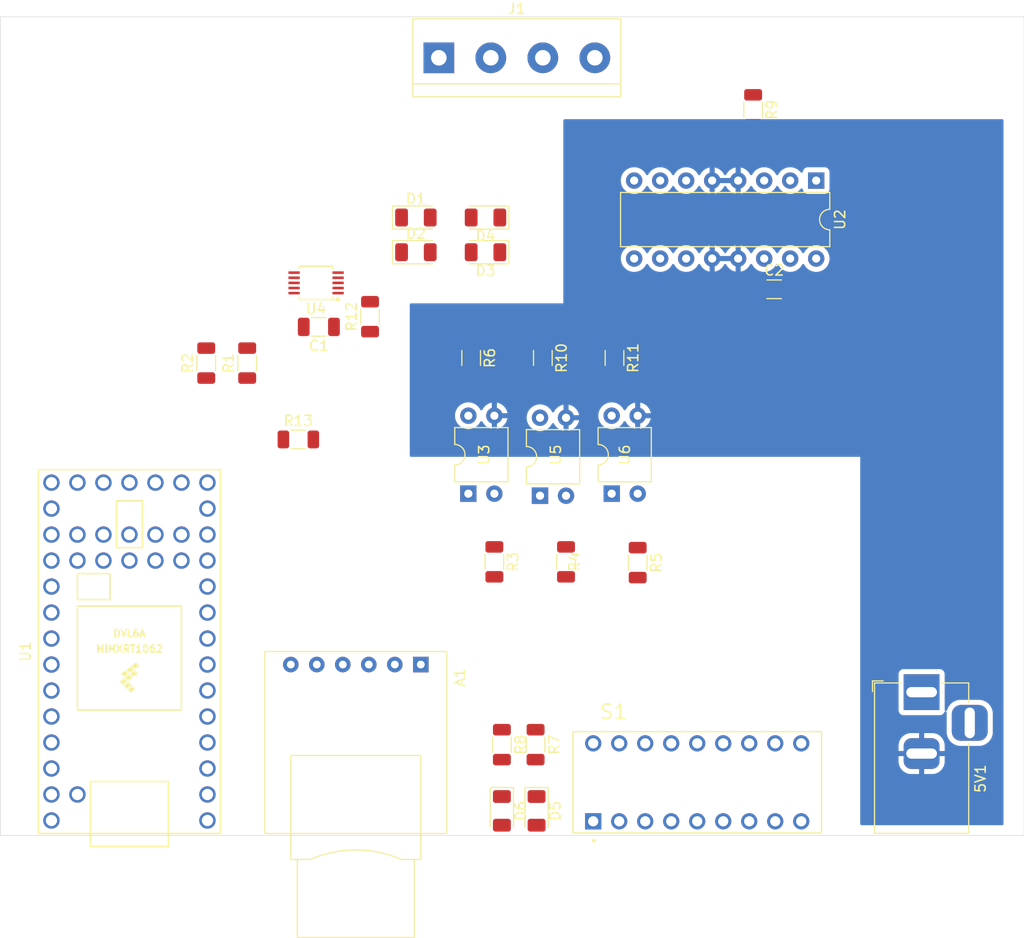
<source format=kicad_pcb>
(kicad_pcb (version 20240108) (generator "pcbnew") (generator_version "8.0")
  (layers (0 "F.Cu" signal) (31 "B.Cu" signal) (34 "B.Paste" user) (35 "F.Paste" user) (36 "B.SilkS" user "B.Silkscreen") (37 "F.SilkS" user "F.Silkscreen") (38 "B.Mask" user) (39 "F.Mask" user) (44 "Edge.Cuts" user))
  (net 0 "")
  (net 1 "GND")
  (net 2 "VPP")
  (net 3 "SDCS")
  (net 4 "SDMISO")
  (net 5 "SDMOSI")
  (net 6 "+3.3V")
  (net 7 "SDCLK")
  (net 8 "Net-(U4-ADDR)")
  (net 9 "Net-(U4-ALERT{slash}RDY)")
  (net 10 "IN0")
  (net 11 "IN1")
  (net 12 "EX+")
  (net 13 "IN3")
  (net 14 "LEDPOW")
  (net 15 "Net-(D5-K)")
  (net 16 "LEDACT")
  (net 17 "Net-(D6-K)")
  (net 18 "VDD")
  (net 19 "EX-")
  (net 20 "Net-(R3-Pad1)")
  (net 21 "Net-(R4-Pad1)")
  (net 22 "Net-(R5-Pad1)")
  (net 23 "OPTEN")
  (net 24 "EN")
  (net 26 "ADC_SCL")
  (net 27 "LOGIC1")
  (net 29 "LOGIC2")
  (net 61 "GNDD")
  (net 80 "OPT1")
  (net 81 "OPT2")
  (net 82 "ADC_SDA")
  (footprint "Resistor_SMD:R_1206_3216Metric" (layer "F.Cu") (at 155.265 103.2625 -90)
    (property "Reference" "R4" (at 0 -0.82 90) (layer "F.SilkS"))
    (property "Value" "470")
    (fp_line (start -0.727064 0.91) (end 0.727064 0.91) (stroke (width 0.12)) (layer "F.SilkS"))
    (fp_line (start -0.727064 -0.91) (end 0.727064 -0.91) (stroke (width 0.12)) (layer "F.SilkS"))
    (pad "1" smd roundrect (at -1.4625 0 270) (size 1.125 1.75) (layers "F.Cu" "F.Paste" "F.Mask") (roundrect_rratio 0.222222) (net 21 "Net-(R4-Pad1)"))
    (pad "2" smd roundrect (at 1.4625 0 270) (size 1.125 1.75) (layers "F.Cu" "F.Paste" "F.Mask") (roundrect_rratio 0.222222) (net 61 "GNDD"))
  )
  (footprint "Resistor_SMD:R_1206_3216Metric" (layer "F.Cu") (at 129.12 91.3)
    (property "Reference" "R13" (at 0 -1.82 0) (layer "F.SilkS"))
    (property "Value" "10k")
    (fp_line (start -0.727064 -0.91) (end 0.727064 -0.91) (stroke (width 0.12)) (layer "F.SilkS"))
    (fp_line (start -0.727064 0.91) (end 0.727064 0.91) (stroke (width 0.12)) (layer "F.SilkS"))
    (pad "1" smd roundrect (at -1.4625 0) (size 1.125 1.75) (layers "F.Cu" "F.Paste" "F.Mask") (roundrect_rratio 0.222222) (net 18 "VDD"))
    (pad "2" smd roundrect (at 1.4625 0) (size 1.125 1.75) (layers "F.Cu" "F.Paste" "F.Mask") (roundrect_rratio 0.222222) (net 9 "Net-(U4-ALERT{slash}RDY)"))
  )
  (footprint "Package_DIP:DIP-4_W7.62mm" (layer "F.Cu") (at 152.725 96.8 90)
    (property "Reference" "U5" (at 4 1.54 90) (layer "F.SilkS"))
    (property "Value" "PC817")
    (fp_line (start 6.46 -1.33) (end 4.81 -1.33) (stroke (width 0.12)) (layer "F.SilkS"))
    (fp_line (start 2.81 -1.33) (end 1.16 -1.33) (stroke (width 0.12)) (layer "F.SilkS"))
    (fp_line (start 1.16 -1.33) (end 1.16 3.87) (stroke (width 0.12)) (layer "F.SilkS"))
    (fp_line (start 6.46 3.87) (end 6.46 -1.33) (stroke (width 0.12)) (layer "F.SilkS"))
    (fp_line (start 1.16 3.87) (end 6.46 3.87) (stroke (width 0.12)) (layer "F.SilkS"))
    (fp_arc (start 4.81 -1.33) (mid 3.81 -0.33) (end 2.81 -1.33) (stroke (width 0.12)) (layer "F.SilkS"))
    (pad "1" thru_hole rect (at 0 0 90) (size 1.6 1.6) (drill 0.8) (layers "*.Cu" "*.Mask") (net 29 "LOGIC2"))
    (pad "2" thru_hole oval (at 0 2.54 90) (size 1.6 1.6) (drill 0.8) (layers "*.Cu" "*.Mask") (net 21 "Net-(R4-Pad1)"))
    (pad "3" thru_hole oval (at 7.62 2.54 90) (size 1.6 1.6) (drill 0.8) (layers "*.Cu" "*.Mask") (net 1 "GND"))
    (pad "4" thru_hole oval (at 7.62 0 90) (size 1.6 1.6) (drill 0.8) (layers "*.Cu" "*.Mask") (net 81 "OPT2"))
  )
  (footprint "Diode_SMD:D_1206_3216Metric" (layer "F.Cu") (at 140.6 73)
    (property "Reference" "D2" (at 0 -1.82 360) (layer "F.SilkS"))
    (property "Value" "zener2")
    (fp_line (start -2.285 -1.135) (end -2.285 1.135) (stroke (width 0.12)) (layer "F.SilkS"))
    (fp_line (start -2.285 1.135) (end 1.6 1.135) (stroke (width 0.12)) (layer "F.SilkS"))
    (fp_line (start 1.6 -1.135) (end -2.285 -1.135) (stroke (width 0.12)) (layer "F.SilkS"))
    (pad "1" smd roundrect (at -1.4 0) (size 1.25 1.75) (layers "F.Cu" "F.Paste" "F.Mask") (roundrect_rratio 0.2) (net 11 "IN1"))
    (pad "2" smd roundrect (at 1.4 0) (size 1.25 1.75) (layers "F.Cu" "F.Paste" "F.Mask") (roundrect_rratio 0.2) (net 61 "GNDD"))
  )
  (footprint "Resistor_SMD:R_1206_3216Metric" (layer "F.Cu") (at 120.12 83.8375 90)
    (property "Reference" "R2" (at 0 -1.82 90) (layer "F.SilkS"))
    (property "Value" "10K")
    (fp_line (start -0.727064 -0.91) (end 0.727064 -0.91) (stroke (width 0.12)) (layer "F.SilkS"))
    (fp_line (start -0.727064 0.91) (end 0.727064 0.91) (stroke (width 0.12)) (layer "F.SilkS"))
    (pad "1" smd roundrect (at -1.4625 0 90) (size 1.125 1.75) (layers "F.Cu" "F.Paste" "F.Mask") (roundrect_rratio 0.222222) (net 18 "VDD"))
    (pad "2" smd roundrect (at 1.4625 0 90) (size 1.125 1.75) (layers "F.Cu" "F.Paste" "F.Mask") (roundrect_rratio 0.222222) (net 82 "ADC_SDA"))
  )
  (footprint "Resistor_SMD:R_1206_3216Metric" (layer "F.Cu") (at 153 83.3375 -90)
    (property "Reference" "R10" (at 0 -1.82 90) (layer "F.SilkS"))
    (property "Value" "10k")
    (fp_line (start -0.727064 0.91) (end 0.727064 0.91) (stroke (width 0.12)) (layer "F.SilkS"))
    (fp_line (start -0.727064 -0.91) (end 0.727064 -0.91) (stroke (width 0.12)) (layer "F.SilkS"))
    (pad "1" smd roundrect (at -1.4625 0 270) (size 1.125 1.75) (layers "F.Cu" "F.Paste" "F.Mask") (roundrect_rratio 0.222222) (net 2 "VPP"))
    (pad "2" smd roundrect (at 1.4625 0 270) (size 1.125 1.75) (layers "F.Cu" "F.Paste" "F.Mask") (roundrect_rratio 0.222222) (net 81 "OPT2"))
  )
  (footprint "teensy.pretty-master:Teensy40" (layer "F.Cu") (at 112.62 112.03 90)
    (property "Reference" "U1" (at 0 -10.16 90) (layer "F.SilkS"))
    (property "Value" "Teensy4.0")
    (fp_line (start 17.78 -8.89) (end 17.78 8.89) (stroke (width 0.15)) (layer "F.SilkS"))
    (fp_line (start -17.78 -8.89) (end 17.78 -8.89) (stroke (width 0.15)) (layer "F.SilkS"))
    (fp_line (start 7.62 -5.08) (end 7.62 -1.905) (stroke (width 0.15)) (layer "F.SilkS"))
    (fp_line (start 5.08 -5.08) (end 7.62 -5.08) (stroke (width 0.15)) (layer "F.SilkS"))
    (fp_line (start 4.445 -5.08) (end -5.715 -5.08) (stroke (width 0.15)) (layer "F.SilkS"))
    (fp_line (start -5.715 -5.08) (end -5.715 5.08) (stroke (width 0.15)) (layer "F.SilkS"))
    (fp_line (start -12.7 -3.81) (end -17.78 -3.81) (stroke (width 0.15)) (layer "F.SilkS"))
    (fp_line (start -19.05 -3.81) (end -17.78 -3.81) (stroke (width 0.15)) (layer "F.SilkS"))
    (fp_line (start 7.62 -1.905) (end 5.08 -1.905) (stroke (width 0.15)) (layer "F.SilkS"))
    (fp_line (start 5.08 -1.905) (end 5.08 -5.08) (stroke (width 0.15)) (layer "F.SilkS"))
    (fp_line (start 14.732 -1.27) (end 14.732 1.27) (stroke (width 0.15)) (layer "F.SilkS"))
    (fp_line (start 10.16 -1.27) (end 14.732 -1.27) (stroke (width 0.15)) (layer "F.SilkS"))
    (fp_line (start 14.732 1.27) (end 10.16 1.27) (stroke (width 0.15)) (layer "F.SilkS"))
    (fp_line (start 10.16 1.27) (end 10.16 -1.27) (stroke (width 0.15)) (layer "F.SilkS"))
    (fp_line (start -12.7 3.81) (end -12.7 -3.81) (stroke (width 0.15)) (layer "F.SilkS"))
    (fp_line (start -12.7 3.81) (end -17.78 3.81) (stroke (width 0.15)) (layer "F.SilkS"))
    (fp_line (start -17.78 3.81) (end -19.05 3.81) (stroke (width 0.15)) (layer "F.SilkS"))
    (fp_line (start -19.05 3.81) (end -19.05 -3.81) (stroke (width 0.15)) (layer "F.SilkS"))
    (fp_line (start 4.445 5.08) (end 4.445 -5.08) (stroke (width 0.15)) (layer "F.SilkS"))
    (fp_line (start 4.445 5.08) (end -5.715 5.08) (stroke (width 0.15)) (layer "F.SilkS"))
    (fp_line (start 17.78 8.89) (end -17.78 8.89) (stroke (width 0.15)) (layer "F.SilkS"))
    (fp_line (start -17.78 8.89) (end -17.78 -8.89) (stroke (width 0.15)) (layer "F.SilkS"))
    (fp_poly (pts (xy -3.175 -0.635) (xy -2.921 -0.889) (xy -2.667 -0.508) (xy -2.921 -0.254)) (stroke (width 0.1)) (fill solid) (layer "F.SilkS"))
    (fp_poly (pts (xy -2.413 -0.508) (xy -2.159 -0.762) (xy -1.905 -0.381) (xy -2.159 -0.127)) (stroke (width 0.1)) (fill solid) (layer "F.SilkS"))
    (fp_poly (pts (xy -3.556 -0.254) (xy -3.302 -0.508) (xy -3.048 -0.127) (xy -3.302 0.127)) (stroke (width 0.1)) (fill solid) (layer "F.SilkS"))
    (fp_poly (pts (xy -2.794 -0.127) (xy -2.54 -0.381) (xy -2.286 0) (xy -2.54 0.254)) (stroke (width 0.1)) (fill solid) (layer "F.SilkS"))
    (fp_poly (pts (xy -2.032 0) (xy -1.778 -0.254) (xy -1.524 0.127) (xy -1.778 0.381)) (stroke (width 0.1)) (fill solid) (layer "F.SilkS"))
    (fp_poly (pts (xy -3.937 0.127) (xy -3.683 -0.127) (xy -3.429 0.254) (xy -3.683 0.508)) (stroke (width 0.1)) (fill solid) (layer "F.SilkS"))
    (fp_poly (pts (xy -2.413 0.381) (xy -2.159 0.127) (xy -1.905 0.508) (xy -2.159 0.762)) (stroke (width 0.1)) (fill solid) (layer "F.SilkS"))
    (fp_poly (pts (xy -1.651 0.508) (xy -1.397 0.254) (xy -1.143 0.635) (xy -1.397 0.889)) (stroke (width 0.1)) (fill solid) (layer "F.SilkS"))
    (fp_text user "DVL6A" (at 1.778 0 360) (layer "F.SilkS") (effects (font (size 0.7 0.7))))
    (fp_text user "MIMXRT1062" (at 0.254 0 360) (layer "F.SilkS") (effects (font (size 0.7 0.7))))
    (pad "1" thru_hole circle (at -16.51 7.62 90) (size 1.6 1.6) (drill 1.1) (layers "*.Cu" "*.Mask") (net 61 "GNDD"))
    (pad "2" thru_hole circle (at -13.97 7.62 90) (size 1.6 1.6) (drill 1.1) (layers "*.Cu" "*.Mask") (net 27 "LOGIC1"))
    (pad "3" thru_hole circle (at -11.43 7.62 90) (size 1.6 1.6) (drill 1.1) (layers "*.Cu" "*.Mask") (net 29 "LOGIC2"))
    (pad "4" thru_hole circle (at -8.89 7.62 90) (size 1.6 1.6) (drill 1.1) (layers "*.Cu" "*.Mask") (net 24 "EN"))
    (pad "5" thru_hole circle (at -6.35 7.62 90) (size 1.6 1.6) (drill 1.1) (layers "*.Cu" "*.Mask") (net 14 "LEDPOW"))
    (pad "6" thru_hole circle (at -3.81 7.62 90) (size 1.6 1.6) (drill 1.1) (layers "*.Cu" "*.Mask") (net 16 "LEDACT"))
    (pad "7" thru_hole circle (at -1.27 7.62 90) (size 1.6 1.6) (drill 1.1) (layers "*.Cu" "*.Mask"))
    (pad "8" thru_hole circle (at 1.27 7.62 90) (size 1.6 1.6) (drill 1.1) (layers "*.Cu" "*.Mask"))
    (pad "9" thru_hole circle (at 3.81 7.62 90) (size 1.6 1.6) (drill 1.1) (layers "*.Cu" "*.Mask"))
    (pad "10" thru_hole circle (at 6.35 7.62 90) (size 1.6 1.6) (drill 1.1) (layers "*.Cu" "*.Mask"))
    (pad "11" thru_hole circle (at 8.89 7.62 90) (size 1.6 1.6) (drill 1.1) (layers "*.Cu" "*.Mask"))
    (pad "12" thru_hole circle (at 11.43 7.62 90) (size 1.6 1.6) (drill 1.1) (layers "*.Cu" "*.Mask") (net 3 "SDCS"))
    (pad "13" thru_hole circle (at 13.97 7.62 90) (size 1.6 1.6) (drill 1.1) (layers "*.Cu" "*.Mask") (net 5 "SDMOSI"))
    (pad "14" thru_hole circle (at 16.51 7.62 90) (size 1.6 1.6) (drill 1.1) (layers "*.Cu" "*.Mask") (net 4 "SDMISO"))
    (pad "15" thru_hole circle (at 16.51 5.08 90) (size 1.6 1.6) (drill 1.1) (layers "*.Cu" "*.Mask"))
    (pad "16" thru_hole circle (at 16.51 2.54 90) (size 1.6 1.6) (drill 1.1) (layers "*.Cu" "*.Mask"))
    (pad "17" thru_hole circle (at 16.51 0 90) (size 1.6 1.6) (drill 1.1) (layers "*.Cu" "*.Mask") (net 61 "GNDD"))
    (pad "18" thru_hole circle (at 16.51 -2.54 90) (size 1.6 1.6) (drill 1.1) (layers "*.Cu" "*.Mask"))
    (pad "19" thru_hole circle (at 16.51 -5.08 90) (size 1.6 1.6) (drill 1.1) (layers "*.Cu" "*.Mask"))
    (pad "20" thru_hole circle (at 16.51 -7.62 90) (size 1.6 1.6) (drill 1.1) (layers "*.Cu" "*.Mask") (net 7 "SDCLK"))
    (pad "21" thru_hole circle (at 13.97 -7.62 90) (size 1.6 1.6) (drill 1.1) (layers "*.Cu" "*.Mask"))
    (pad "22" thru_hole circle (at 11.43 -7.62 90) (size 1.6 1.6) (drill 1.1) (layers "*.Cu" "*.Mask"))
    (pad "23" thru_hole circle (at 8.89 -7.62 90) (size 1.6 1.6) (drill 1.1) (layers "*.Cu" "*.Mask"))
    (pad "24" thru_hole circle (at 6.35 -7.62 90) (size 1.6 1.6) (drill 1.1) (layers "*.Cu" "*.Mask"))
    (pad "25" thru_hole circle (at 3.81 -7.62 90) (size 1.6 1.6) (drill 1.1) (layers "*.Cu" "*.Mask") (net 82 "ADC_SDA"))
    (pad "26" thru_hole circle (at 1.27 -7.62 90) (size 1.6 1.6) (drill 1.1) (layers "*.Cu" "*.Mask") (net 26 "ADC_SCL"))
    (pad "27" thru_hole circle (at -1.27 -7.62 90) (size 1.6 1.6) (drill 1.1) (layers "*.Cu" "*.Mask"))
    (pad "28" thru_hole circle (at -3.81 -7.62 90) (size 1.6 1.6) (drill 1.1) (layers "*.Cu" "*.Mask"))
    (pad "29" thru_hole circle (at -6.35 -7.62 90) (size 1.6 1.6) (drill 1.1) (layers "*.Cu" "*.Mask"))
    (pad "30" thru_hole circle (at -8.89 -7.62 90) (size 1.6 1.6) (drill 1.1) (layers "*.Cu" "*.Mask"))
    (pad "31" thru_hole circle (at -11.43 -7.62 90) (size 1.6 1.6) (drill 1.1) (layers "*.Cu" "*.Mask") (net 6 "+3.3V"))
    (pad "32" thru_hole circle (at -13.97 -7.62 90) (size 1.6 1.6) (drill 1.1) (layers "*.Cu" "*.Mask") (net 61 "GNDD"))
    (pad "33" thru_hole circle (at -16.51 -7.62 90) (size 1.6 1.6) (drill 1.1) (layers "*.Cu" "*.Mask") (net 18 "VDD"))
    (pad "34" thru_hole circle (at -13.97 -5.08 90) (size 1.6 1.6) (drill 1.1) (layers "*.Cu" "*.Mask"))
    (pad "35" thru_hole circle (at 11.43 -5.08 90) (size 1.6 1.6) (drill 1.1) (layers "*.Cu" "*.Mask"))
    (pad "36" thru_hole circle (at 8.89 -5.08 90) (size 1.6 1.6) (drill 1.1) (layers "*.Cu" "*.Mask"))
    (pad "37" thru_hole circle (at 11.43 -2.54 90) (size 1.6 1.6) (drill 1.1) (layers "*.Cu" "*.Mask"))
    (pad "38" thru_hole circle (at 8.89 -2.54 90) (size 1.6 1.6) (drill 1.1) (layers "*.Cu" "*.Mask"))
    (pad "39" thru_hole circle (at 11.43 0 90) (size 1.6 1.6) (drill 1.1) (layers "*.Cu" "*.Mask"))
    (pad "40" thru_hole circle (at 8.89 0 90) (size 1.6 1.6) (drill 1.1) (layers "*.Cu" "*.Mask"))
    (pad "41" thru_hole circle (at 11.43 2.54 90) (size 1.6 1.6) (drill 1.1) (layers "*.Cu" "*.Mask"))
    (pad "42" thru_hole circle (at 8.89 2.54 90) (size 1.6 1.6) (drill 1.1) (layers "*.Cu" "*.Mask"))
    (pad "43" thru_hole circle (at 11.43 5.08 90) (size 1.6 1.6) (drill 1.1) (layers "*.Cu" "*.Mask"))
    (pad "44" thru_hole circle (at 8.89 5.08 90) (size 1.6 1.6) (drill 1.1) (layers "*.Cu" "*.Mask"))
  )
  (footprint "Resistor_SMD:R_1206_3216Metric" (layer "F.Cu") (at 148.265 103.2625 -90)
    (property "Reference" "R3" (at 0 -1.82 90) (layer "F.SilkS"))
    (property "Value" "470")
    (fp_line (start -0.727064 0.91) (end 0.727064 0.91) (stroke (width 0.12)) (layer "F.SilkS"))
    (fp_line (start -0.727064 -0.91) (end 0.727064 -0.91) (stroke (width 0.12)) (layer "F.SilkS"))
    (pad "1" smd roundrect (at -1.4625 0 270) (size 1.125 1.75) (layers "F.Cu" "F.Paste" "F.Mask") (roundrect_rratio 0.222222) (net 20 "Net-(R3-Pad1)"))
    (pad "2" smd roundrect (at 1.4625 0 270) (size 1.125 1.75) (layers "F.Cu" "F.Paste" "F.Mask") (roundrect_rratio 0.222222) (net 61 "GNDD"))
  )
  (footprint "Resistor_SMD:R_1206_3216Metric" (layer "F.Cu") (at 162.265 103.3375 -90)
    (property "Reference" "R5" (at 0 -1.82 90) (layer "F.SilkS"))
    (property "Value" "470")
    (fp_line (start -0.727064 0.91) (end 0.727064 0.91) (stroke (width 0.12)) (layer "F.SilkS"))
    (fp_line (start -0.727064 -0.91) (end 0.727064 -0.91) (stroke (width 0.12)) (layer "F.SilkS"))
    (pad "1" smd roundrect (at -1.4625 0 270) (size 1.125 1.75) (layers "F.Cu" "F.Paste" "F.Mask") (roundrect_rratio 0.222222) (net 22 "Net-(R5-Pad1)"))
    (pad "2" smd roundrect (at 1.4625 0 270) (size 1.125 1.75) (layers "F.Cu" "F.Paste" "F.Mask") (roundrect_rratio 0.222222) (net 61 "GNDD"))
  )
  (footprint "Diode_SMD:D_1206_3216Metric" (layer "F.Cu") (at 140.6 69.61)
    (property "Reference" "D1" (at 0 -1.82 360) (layer "F.SilkS"))
    (property "Value" "zener1")
    (fp_line (start -2.285 -1.135) (end -2.285 1.135) (stroke (width 0.12)) (layer "F.SilkS"))
    (fp_line (start -2.285 1.135) (end 1.6 1.135) (stroke (width 0.12)) (layer "F.SilkS"))
    (fp_line (start 1.6 -1.135) (end -2.285 -1.135) (stroke (width 0.12)) (layer "F.SilkS"))
    (pad "1" smd roundrect (at -1.4 0) (size 1.25 1.75) (layers "F.Cu" "F.Paste" "F.Mask") (roundrect_rratio 0.2) (net 10 "IN0"))
    (pad "2" smd roundrect (at 1.4 0) (size 1.25 1.75) (layers "F.Cu" "F.Paste" "F.Mask") (roundrect_rratio 0.2) (net 61 "GNDD"))
  )
  (footprint "dip-switch:SW_DS01C-254-L-09BE" (layer "F.Cu") (at 168.08 124.81)
    (property "Reference" "S1" (at -8.175 -6.889 0) (layer "F.SilkS") (effects (font (size 1.4 1.4))))
    (property "Value" "DS01C-254-L-09BE")
    (fp_line (start -12.14 -4.95) (end 12.14 -4.95) (stroke (width 0.127)) (layer "F.SilkS"))
    (fp_line (start -12.14 4.95) (end -12.14 -4.95) (stroke (width 0.127)) (layer "F.SilkS"))
    (fp_line (start 12.14 -4.95) (end 12.14 4.95) (stroke (width 0.127)) (layer "F.SilkS"))
    (fp_line (start 12.14 4.95) (end -12.14 4.95) (stroke (width 0.127)) (layer "F.SilkS"))
    (fp_circle (center -10.1 5.7) (end -10 5.7) (stroke (width 0.2)) (fill none) (layer "F.SilkS"))
    (pad "1A" thru_hole rect (at -10.16 3.81) (size 1.58 1.58) (drill 1) (layers "*.Cu" "*.Mask"))
    (pad "1B" thru_hole circle (at -10.16 -3.81) (size 1.58 1.58) (drill 1) (layers "*.Cu" "*.Mask"))
    (pad "2A" thru_hole circle (at -7.62 3.81) (size 1.58 1.58) (drill 1) (layers "*.Cu" "*.Mask"))
    (pad "2B" thru_hole circle (at -7.62 -3.81) (size 1.58 1.58) (drill 1) (layers "*.Cu" "*.Mask"))
    (pad "3A" thru_hole circle (at -5.08 3.81) (size 1.58 1.58) (drill 1) (layers "*.Cu" "*.Mask"))
    (pad "3B" thru_hole circle (at -5.08 -3.81) (size 1.58 1.58) (drill 1) (layers "*.Cu" "*.Mask"))
    (pad "4A" thru_hole circle (at -2.54 3.81) (size 1.58 1.58) (drill 1) (layers "*.Cu" "*.Mask"))
    (pad "4B" thru_hole circle (at -2.54 -3.81) (size 1.58 1.58) (drill 1) (layers "*.Cu" "*.Mask"))
    (pad "5A" thru_hole circle (at 0 3.81) (size 1.58 1.58) (drill 1) (layers "*.Cu" "*.Mask"))
    (pad "5B" thru_hole circle (at 0 -3.81) (size 1.58 1.58) (drill 1) (layers "*.Cu" "*.Mask"))
    (pad "6A" thru_hole circle (at 2.54 3.81) (size 1.58 1.58) (drill 1) (layers "*.Cu" "*.Mask"))
    (pad "6B" thru_hole circle (at 2.54 -3.81) (size 1.58 1.58) (drill 1) (layers "*.Cu" "*.Mask"))
    (pad "7A" thru_hole circle (at 5.08 3.81) (size 1.58 1.58) (drill 1) (layers "*.Cu" "*.Mask"))
    (pad "7B" thru_hole circle (at 5.08 -3.81) (size 1.58 1.58) (drill 1) (layers "*.Cu" "*.Mask"))
    (pad "8A" thru_hole circle (at 7.62 3.81) (size 1.58 1.58) (drill 1) (layers "*.Cu" "*.Mask"))
    (pad "8B" thru_hole circle (at 7.62 -3.81) (size 1.58 1.58) (drill 1) (layers "*.Cu" "*.Mask"))
    (pad "9A" thru_hole circle (at 10.16 3.81) (size 1.58 1.58) (drill 1) (layers "*.Cu" "*.Mask"))
    (pad "9B" thru_hole circle (at 10.16 -3.81) (size 1.58 1.58) (drill 1) (layers "*.Cu" "*.Mask"))
  )
  (footprint "Resistor_SMD:R_1206_3216Metric" (layer "F.Cu") (at 146 83.3375 -90)
    (property "Reference" "R6" (at 0 -1.82 90) (layer "F.SilkS"))
    (property "Value" "10k")
    (fp_line (start -0.727064 0.91) (end 0.727064 0.91) (stroke (width 0.12)) (layer "F.SilkS"))
    (fp_line (start -0.727064 -0.91) (end 0.727064 -0.91) (stroke (width 0.12)) (layer "F.SilkS"))
    (pad "1" smd roundrect (at -1.4625 0 270) (size 1.125 1.75) (layers "F.Cu" "F.Paste" "F.Mask") (roundrect_rratio 0.222222) (net 2 "VPP"))
    (pad "2" smd roundrect (at 1.4625 0 270) (size 1.125 1.75) (layers "F.Cu" "F.Paste" "F.Mask") (roundrect_rratio 0.222222) (net 80 "OPT1"))
  )
  (footprint "Resistor_SMD:R_1206_3216Metric" (layer "F.Cu") (at 149 121.1275 -90)
    (property "Reference" "R8" (at 0 -1.82 90) (layer "F.SilkS"))
    (property "Value" "260")
    (fp_line (start -0.727064 0.91) (end 0.727064 0.91) (stroke (width 0.12)) (layer "F.SilkS"))
    (fp_line (start -0.727064 -0.91) (end 0.727064 -0.91) (stroke (width 0.12)) (layer "F.SilkS"))
    (pad "1" smd roundrect (at -1.4625 0 270) (size 1.125 1.75) (layers "F.Cu" "F.Paste" "F.Mask") (roundrect_rratio 0.222222) (net 61 "GNDD"))
    (pad "2" smd roundrect (at 1.4625 0 270) (size 1.125 1.75) (layers "F.Cu" "F.Paste" "F.Mask") (roundrect_rratio 0.222222) (net 17 "Net-(D6-K)"))
  )
  (footprint "LED_SMD:LED_1206_3216Metric" (layer "F.Cu") (at 149 127.6 -90)
    (property "Reference" "D6" (at 0 -1.82 90) (layer "F.SilkS"))
    (property "Value" "LED")
    (fp_line (start -2.285 1.135) (end 1.6 1.135) (stroke (width 0.12)) (layer "F.SilkS"))
    (fp_line (start -2.285 -1.135) (end -2.285 1.135) (stroke (width 0.12)) (layer "F.SilkS"))
    (fp_line (start 1.6 -1.135) (end -2.285 -1.135) (stroke (width 0.12)) (layer "F.SilkS"))
    (pad "1" smd roundrect (at -1.4 0 270) (size 1.25 1.75) (layers "F.Cu" "F.Paste" "F.Mask") (roundrect_rratio 0.2) (net 17 "Net-(D6-K)"))
    (pad "2" smd roundrect (at 1.4 0 270) (size 1.25 1.75) (layers "F.Cu" "F.Paste" "F.Mask") (roundrect_rratio 0.2) (net 16 "LEDACT"))
  )
  (footprint "TerminalBlock:TerminalBlock_bornier-4_P5.08mm" (layer "F.Cu") (at 142.84 54)
    (property "Reference" "J1" (at 7.6 -4.8 0) (layer "F.SilkS"))
    (property "Value" "Screw_Terminal_01x04")
    (fp_line (start -2.54 -3.81) (end -2.54 3.81) (stroke (width 0.12)) (layer "F.SilkS"))
    (fp_line (start -2.54 -3.81) (end 17.78 -3.81) (stroke (width 0.12)) (layer "F.SilkS"))
    (fp_line (start -2.54 3.81) (end 17.78 3.81) (stroke (width 0.12)) (layer "F.SilkS"))
    (fp_line (start 17.78 2.54) (end -2.54 2.54) (stroke (width 0.12)) (layer "F.SilkS"))
    (fp_line (start 17.78 3.81) (end 17.78 -3.81) (stroke (width 0.12)) (layer "F.SilkS"))
    (pad "1" thru_hole rect (at 0 0) (size 3 3) (drill 1.52) (layers "*.Cu" "*.Mask") (net 10 "IN0"))
    (pad "2" thru_hole circle (at 5.08 0) (size 3 3) (drill 1.52) (layers "*.Cu" "*.Mask") (net 11 "IN1"))
    (pad "3" thru_hole circle (at 10.16 0) (size 3 3) (drill 1.52) (layers "*.Cu" "*.Mask") (net 19 "EX-"))
    (pad "4" thru_hole circle (at 15.24 0) (size 3 3) (drill 1.52) (layers "*.Cu" "*.Mask") (net 13 "IN3"))
  )
  (footprint "Resistor_SMD:R_1206_3216Metric" (layer "F.Cu") (at 136.12 79.3 90)
    (property "Reference" "R12" (at 0 -1.82 90) (layer "F.SilkS"))
    (property "Value" "10k")
    (fp_line (start -0.727064 -0.91) (end 0.727064 -0.91) (stroke (width 0.12)) (layer "F.SilkS"))
    (fp_line (start -0.727064 0.91) (end 0.727064 0.91) (stroke (width 0.12)) (layer "F.SilkS"))
    (pad "1" smd roundrect (at -1.4625 0 90) (size 1.125 1.75) (layers "F.Cu" "F.Paste" "F.Mask") (roundrect_rratio 0.222222) (net 61 "GNDD"))
    (pad "2" smd roundrect (at 1.4625 0 90) (size 1.125 1.75) (layers "F.Cu" "F.Paste" "F.Mask") (roundrect_rratio 0.222222) (net 8 "Net-(U4-ADDR)"))
  )
  (footprint "Package_SO:TSSOP-10_3x3mm_P0.5mm" (layer "F.Cu") (at 130.85 76 180)
    (property "Reference" "U4" (at 0 -2.55 360) (layer "F.SilkS"))
    (property "Value" "ADS1115IDGS")
    (fp_line (start 1.625 1.625) (end 1.625 1.4) (stroke (width 0.15)) (layer "F.SilkS"))
    (fp_line (start 1.625 -1.625) (end 1.625 -1.4) (stroke (width 0.15)) (layer "F.SilkS"))
    (fp_line (start -1.625 1.625) (end 1.625 1.625) (stroke (width 0.15)) (layer "F.SilkS"))
    (fp_line (start -1.625 1.625) (end -1.625 1.4) (stroke (width 0.15)) (layer "F.SilkS"))
    (fp_line (start -1.625 -1.625) (end 1.625 -1.625) (stroke (width 0.15)) (layer "F.SilkS"))
    (fp_line (start -1.625 -1.625) (end -1.625 -1.4) (stroke (width 0.15)) (layer "F.SilkS"))
    (fp_poly (pts (xy -2.1 -1.4) (xy -2.34 -1.73) (xy -1.86 -1.73) (xy -2.1 -1.4)) (stroke (width 0.12)) (fill solid) (layer "F.SilkS"))
    (pad "1" smd rect (at -2.15 -1 180) (size 1.1 0.25) (layers "F.Cu" "F.Paste" "F.Mask") (net 8 "Net-(U4-ADDR)"))
    (pad "2" smd rect (at -2.15 -0.5 180) (size 1.1 0.25) (layers "F.Cu" "F.Paste" "F.Mask") (net 9 "Net-(U4-ALERT{slash}RDY)"))
    (pad "3" smd rect (at -2.15 0 180) (size 1.1 0.25) (layers "F.Cu" "F.Paste" "F.Mask") (net 61 "GNDD"))
    (pad "4" smd rect (at -2.15 0.5 180) (size 1.1 0.25) (layers "F.Cu" "F.Paste" "F.Mask") (net 10 "IN0"))
    (pad "5" smd rect (at -2.15 1 180) (size 1.1 0.25) (layers "F.Cu" "F.Paste" "F.Mask") (net 11 "IN1"))
    (pad "6" smd rect (at 2.15 1 180) (size 1.1 0.25) (layers "F.Cu" "F.Paste" "F.Mask") (net 12 "EX+"))
    (pad "7" smd rect (at 2.15 0.5 180) (size 1.1 0.25) (layers "F.Cu" "F.Paste" "F.Mask") (net 13 "IN3"))
    (pad "8" smd rect (at 2.15 0 180) (size 1.1 0.25) (layers "F.Cu" "F.Paste" "F.Mask") (net 18 "VDD"))
    (pad "9" smd rect (at 2.15 -0.5 180) (size 1.1 0.25) (layers "F.Cu" "F.Paste" "F.Mask") (net 82 "ADC_SDA"))
    (pad "10" smd rect (at 2.15 -1 180) (size 1.1 0.25) (layers "F.Cu" "F.Paste" "F.Mask") (net 26 "ADC_SCL"))
  )
  (footprint "Connector_BarrelJack:BarrelJack_Horizontal" (layer "F.Cu") (at 190 116 90)
    (property "Reference" "5V1" (at -8.45 5.75 90) (layer "F.SilkS"))
    (property "Value" "Barrel_Jack")
    (fp_line (start 0.05 -4.8) (end 1.1 -4.8) (stroke (width 0.12)) (layer "F.SilkS"))
    (fp_line (start 0.9 -4.6) (end 0.9 -2) (stroke (width 0.12)) (layer "F.SilkS"))
    (fp_line (start -13.8 -4.6) (end 0.9 -4.6) (stroke (width 0.12)) (layer "F.SilkS"))
    (fp_line (start 1.1 -3.75) (end 1.1 -4.8) (stroke (width 0.12)) (layer "F.SilkS"))
    (fp_line (start 0.9 1.9) (end 0.9 4.6) (stroke (width 0.12)) (layer "F.SilkS"))
    (fp_line (start 0.9 4.6) (end -1 4.6) (stroke (width 0.12)) (layer "F.SilkS"))
    (fp_line (start -5 4.6) (end -13.8 4.6) (stroke (width 0.12)) (layer "F.SilkS"))
    (fp_line (start -13.8 4.6) (end -13.8 -4.6) (stroke (width 0.12)) (layer "F.SilkS"))
    (pad "1" thru_hole rect (at 0 0 90) (size 3.5 3.5) (drill oval 1 3) (layers "*.Cu" "*.Mask") (net 2 "VPP"))
    (pad "2" thru_hole roundrect (at -6 0 90) (size 3 3.5) (drill oval 1 3) (layers "*.Cu" "*.Mask") (net 1 "GND"))
    (pad "3" thru_hole roundrect (at -3 4.7 90) (size 3.5 3.5) (drill oval 3 1) (layers "*.Cu" "*.Mask"))
  )
  (footprint "Resistor_SMD:R_1206_3216Metric" (layer "F.Cu") (at 160 83.3375 -90)
    (property "Reference" "R11" (at 0 -1.82 90) (layer "F.SilkS"))
    (property "Value" "10k")
    (fp_line (start -0.727064 0.91) (end 0.727064 0.91) (stroke (width 0.12)) (layer "F.SilkS"))
    (fp_line (start -0.727064 -0.91) (end 0.727064 -0.91) (stroke (width 0.12)) (layer "F.SilkS"))
    (pad "1" smd roundrect (at -1.4625 0 270) (size 1.125 1.75) (layers "F.Cu" "F.Paste" "F.Mask") (roundrect_rratio 0.222222) (net 2 "VPP"))
    (pad "2" smd roundrect (at 1.4625 0 270) (size 1.125 1.75) (layers "F.Cu" "F.Paste" "F.Mask") (roundrect_rratio 0.222222) (net 23 "OPTEN"))
  )
  (footprint "Diode_SMD:D_1206_3216Metric" (layer "F.Cu") (at 147.4 73 180)
    (property "Reference" "D3" (at 0 -1.82 360) (layer "F.SilkS"))
    (property "Value" "zener3")
    (fp_line (start 1.6 -1.135) (end -2.285 -1.135) (stroke (width 0.12)) (layer "F.SilkS"))
    (fp_line (start -2.285 1.135) (end 1.6 1.135) (stroke (width 0.12)) (layer "F.SilkS"))
    (fp_line (start -2.285 -1.135) (end -2.285 1.135) (stroke (width 0.12)) (layer "F.SilkS"))
    (pad "1" smd roundrect (at -1.4 0 180) (size 1.25 1.75) (layers "F.Cu" "F.Paste" "F.Mask") (roundrect_rratio 0.2) (net 12 "EX+"))
    (pad "2" smd roundrect (at 1.4 0 180) (size 1.25 1.75) (layers "F.Cu" "F.Paste" "F.Mask") (roundrect_rratio 0.2) (net 61 "GNDD"))
  )
  (footprint "Resistor_SMD:R_1206_3216Metric" (layer "F.Cu") (at 124.12 83.8375 90)
    (property "Reference" "R1" (at 0 -1.82 90) (layer "F.SilkS"))
    (property "Value" "10k")
    (fp_line (start -0.727064 -0.91) (end 0.727064 -0.91) (stroke (width 0.12)) (layer "F.SilkS"))
    (fp_line (start -0.727064 0.91) (end 0.727064 0.91) (stroke (width 0.12)) (layer "F.SilkS"))
    (pad "1" smd roundrect (at -1.4625 0 90) (size 1.125 1.75) (layers "F.Cu" "F.Paste" "F.Mask") (roundrect_rratio 0.222222) (net 18 "VDD"))
    (pad "2" smd roundrect (at 1.4625 0 90) (size 1.125 1.75) (layers "F.Cu" "F.Paste" "F.Mask") (roundrect_rratio 0.222222) (net 26 "ADC_SCL"))
  )
  (footprint "Package_DIP:DIP-4_W7.62mm" (layer "F.Cu") (at 145.725 96.6 90)
    (property "Reference" "U3" (at 3.8 1.54 90) (layer "F.SilkS"))
    (property "Value" "PC817")
    (fp_line (start 6.46 -1.33) (end 4.81 -1.33) (stroke (width 0.12)) (layer "F.SilkS"))
    (fp_line (start 2.81 -1.33) (end 1.16 -1.33) (stroke (width 0.12)) (layer "F.SilkS"))
    (fp_line (start 1.16 -1.33) (end 1.16 3.87) (stroke (width 0.12)) (layer "F.SilkS"))
    (fp_line (start 6.46 3.87) (end 6.46 -1.33) (stroke (width 0.12)) (layer "F.SilkS"))
    (fp_line (start 1.16 3.87) (end 6.46 3.87) (stroke (width 0.12)) (layer "F.SilkS"))
    (fp_arc (start 4.81 -1.33) (mid 3.81 -0.33) (end 2.81 -1.33) (stroke (width 0.12)) (layer "F.SilkS"))
    (pad "1" thru_hole rect (at 0 0 90) (size 1.6 1.6) (drill 0.8) (layers "*.Cu" "*.Mask") (net 27 "LOGIC1"))
    (pad "2" thru_hole oval (at 0 2.54 90) (size 1.6 1.6) (drill 0.8) (layers "*.Cu" "*.Mask") (net 20 "Net-(R3-Pad1)"))
    (pad "3" thru_hole oval (at 7.62 2.54 90) (size 1.6 1.6) (drill 0.8) (layers "*.Cu" "*.Mask") (net 1 "GND"))
    (pad "4" thru_hole oval (at 7.62 0 90) (size 1.6 1.6) (drill 0.8) (layers "*.Cu" "*.Mask") (net 80 "OPT1"))
  )
  (footprint "Charleslabs_Parts:SD_Card_Module" (layer "F.Cu") (at 141.08 113.3 -90)
    (property "Reference" "A1" (at 1.27 -3.81 90) (layer "F.SilkS"))
    (property "Value" "SD_Card_Module")
    (fp_line (start -1.27 15.24) (end -1.27 -2.54) (stroke (width 0.12)) (layer "F.SilkS"))
    (fp_line (start 16.51 15.24) (end -1.27 15.24) (stroke (width 0.12)) (layer "F.SilkS"))
    (fp_line (start 8.89 12.7) (end 19.05 12.7) (stroke (width 0.12)) (layer "F.SilkS"))
    (fp_line (start 19.05 12.7) (end 19.05 10.795) (stroke (width 0.12)) (layer "F.SilkS"))
    (fp_line (start 26.67 12.065) (end 19.05 12.065) (stroke (width 0.12)) (layer "F.SilkS"))
    (fp_line (start 19.05 0.635) (end 26.67 0.635) (stroke (width 0.12)) (layer "F.SilkS"))
    (fp_line (start 26.67 0.635) (end 26.67 12.065) (stroke (width 0.12)) (layer "F.SilkS"))
    (fp_line (start 8.89 0) (end 8.89 12.7) (stroke (width 0.12)) (layer "F.SilkS"))
    (fp_line (start 8.89 0) (end 19.05 0) (stroke (width 0.12)) (layer "F.SilkS"))
    (fp_line (start 19.05 0) (end 19.05 1.905) (stroke (width 0.12)) (layer "F.SilkS"))
    (fp_line (start -1.27 -2.54) (end 16.51 -2.54) (stroke (width 0.12)) (layer "F.SilkS"))
    (fp_line (start 16.51 -2.54) (end 16.51 15.24) (stroke (width 0.12)) (layer "F.SilkS"))
    (fp_arc (start 19.05 10.794999) (mid 18.120202 6.35) (end 19.05 1.905) (stroke (width 0.12)) (layer "F.SilkS"))
    (pad "1" thru_hole rect (at 0 0 270) (size 1.524 1.524) (drill 0.762) (layers "*.Cu" "*.Mask") (net 6 "+3.3V"))
    (pad "2" thru_hole circle (at 0 2.54 270) (size 1.524 1.524) (drill 0.762) (layers "*.Cu" "*.Mask") (net 3 "SDCS"))
    (pad "3" thru_hole circle (at 0 5.08 270) (size 1.524 1.524) (drill 0.762) (layers "*.Cu" "*.Mask") (net 5 "SDMOSI"))
    (pad "4" thru_hole circle (at 0 7.62 270) (size 1.524 1.524) (drill 0.762) (layers "*.Cu" "*.Mask") (net 7 "SDCLK"))
    (pad "5" thru_hole circle (at 0 10.16 270) (size 1.524 1.524) (drill 0.762) (layers "*.Cu" "*.Mask") (net 4 "SDMISO"))
    (pad "6" thru_hole circle (at 0 12.7 270) (size 1.524 1.524) (drill 0.762) (layers "*.Cu" "*.Mask") (net 61 "GNDD"))
  )
  (footprint "LED_SMD:LED_1206_3216Metric" (layer "F.Cu") (at 152.39 127.6 -90)
    (property "Reference" "D5" (at 0 -1.82 90) (layer "F.SilkS"))
    (property "Value" "LED")
    (fp_line (start -2.285 1.135) (end 1.6 1.135) (stroke (width 0.12)) (layer "F.SilkS"))
    (fp_line (start -2.285 -1.135) (end -2.285 1.135) (stroke (width 0.12)) (layer "F.SilkS"))
    (fp_line (start 1.6 -1.135) (end -2.285 -1.135) (stroke (width 0.12)) (layer "F.SilkS"))
    (pad "1" smd roundrect (at -1.4 0 270) (size 1.25 1.75) (layers "F.Cu" "F.Paste" "F.Mask") (roundrect_rratio 0.2) (net 15 "Net-(D5-K)"))
    (pad "2" smd roundrect (at 1.4 0 270) (size 1.25 1.75) (layers "F.Cu" "F.Paste" "F.Mask") (roundrect_rratio 0.2) (net 14 "LEDPOW"))
  )
  (footprint "Diode_SMD:D_1206_3216Metric" (layer "F.Cu") (at 147.4 69.61 180)
    (property "Reference" "D4" (at 0 -1.82 360) (layer "F.SilkS"))
    (property "Value" "zener4")
    (fp_line (start 1.6 -1.135) (end -2.285 -1.135) (stroke (width 0.12)) (layer "F.SilkS"))
    (fp_line (start -2.285 1.135) (end 1.6 1.135) (stroke (width 0.12)) (layer "F.SilkS"))
    (fp_line (start -2.285 -1.135) (end -2.285 1.135) (stroke (width 0.12)) (layer "F.SilkS"))
    (pad "1" smd roundrect (at -1.4 0 180) (size 1.25 1.75) (layers "F.Cu" "F.Paste" "F.Mask") (roundrect_rratio 0.2) (net 13 "IN3"))
    (pad "2" smd roundrect (at 1.4 0 180) (size 1.25 1.75) (layers "F.Cu" "F.Paste" "F.Mask") (roundrect_rratio 0.2) (net 61 "GNDD"))
  )
  (footprint "Package_DIP:DIP-16_W7.62mm" (layer "F.Cu") (at 179.7 66 -90)
    (property "Reference" "U2" (at 3.81 -2.33 90) (layer "F.SilkS"))
    (property "Value" "L293D")
    (fp_line (start 1.16 19.11) (end 6.46 19.11) (stroke (width 0.12)) (layer "F.SilkS"))
    (fp_line (start 6.46 19.11) (end 6.46 -1.33) (stroke (width 0.12)) (layer "F.SilkS"))
    (fp_line (start 1.16 -1.33) (end 1.16 19.11) (stroke (width 0.12)) (layer "F.SilkS"))
    (fp_line (start 2.81 -1.33) (end 1.16 -1.33) (stroke (width 0.12)) (layer "F.SilkS"))
    (fp_line (start 6.46 -1.33) (end 4.81 -1.33) (stroke (width 0.12)) (layer "F.SilkS"))
    (fp_arc (start 4.81 -1.33) (mid 3.81 -0.33) (end 2.81 -1.33) (stroke (width 0.12)) (layer "F.SilkS"))
    (pad "1" thru_hole rect (at 0 0 270) (size 1.6 1.6) (drill 0.8) (layers "*.Cu" "*.Mask") (net 23 "OPTEN"))
    (pad "2" thru_hole oval (at 0 2.54 270) (size 1.6 1.6) (drill 0.8) (layers "*.Cu" "*.Mask") (net 80 "OPT1"))
    (pad "3" thru_hole oval (at 0 5.08 270) (size 1.6 1.6) (drill 0.8) (layers "*.Cu" "*.Mask") (net 12 "EX+"))
    (pad "4" thru_hole oval (at 0 7.62 270) (size 1.6 1.6) (drill 0.8) (layers "*.Cu" "*.Mask") (net 1 "GND"))
    (pad "5" thru_hole oval (at 0 10.16 270) (size 1.6 1.6) (drill 0.8) (layers "*.Cu" "*.Mask") (net 1 "GND"))
    (pad "6" thru_hole oval (at 0 12.7 270) (size 1.6 1.6) (drill 0.8) (layers "*.Cu" "*.Mask") (net 19 "EX-"))
    (pad "7" thru_hole oval (at 0 15.24 270) (size 1.6 1.6) (drill 0.8) (layers "*.Cu" "*.Mask") (net 81 "OPT2"))
    (pad "8" thru_hole oval (at 0 17.78 270) (size 1.6 1.6) (drill 0.8) (layers "*.Cu" "*.Mask") (net 2 "VPP"))
    (pad "9" thru_hole oval (at 7.62 17.78 270) (size 1.6 1.6) (drill 0.8) (layers "*.Cu" "*.Mask"))
    (pad "10" thru_hole oval (at 7.62 15.24 270) (size 1.6 1.6) (drill 0.8) (layers "*.Cu" "*.Mask"))
    (pad "11" thru_hole oval (at 7.62 12.7 270) (size 1.6 1.6) (drill 0.8) (layers "*.Cu" "*.Mask"))
    (pad "12" thru_hole oval (at 7.62 10.16 270) (size 1.6 1.6) (drill 0.8) (layers "*.Cu" "*.Mask") (net 1 "GND"))
    (pad "13" thru_hole oval (at 7.62 7.62 270) (size 1.6 1.6) (drill 0.8) (layers "*.Cu" "*.Mask") (net 1 "GND"))
    (pad "14" thru_hole oval (at 7.62 5.08 270) (size 1.6 1.6) (drill 0.8) (layers "*.Cu" "*.Mask"))
    (pad "15" thru_hole oval (at 7.62 2.54 270) (size 1.6 1.6) (drill 0.8) (layers "*.Cu" "*.Mask"))
    (pad "16" thru_hole oval (at 7.62 0 270) (size 1.6 1.6) (drill 0.8) (layers "*.Cu" "*.Mask") (net 2 "VPP"))
  )
  (footprint "Resistor_SMD:R_1206_3216Metric" (layer "F.Cu") (at 152.29 121.1275 -90)
    (property "Reference" "R7" (at 0 -1.82 90) (layer "F.SilkS"))
    (property "Value" "260")
    (fp_line (start -0.727064 0.91) (end 0.727064 0.91) (stroke (width 0.12)) (layer "F.SilkS"))
    (fp_line (start -0.727064 -0.91) (end 0.727064 -0.91) (stroke (width 0.12)) (layer "F.SilkS"))
    (pad "1" smd roundrect (at -1.4625 0 270) (size 1.125 1.75) (layers "F.Cu" "F.Paste" "F.Mask") (roundrect_rratio 0.222222) (net 61 "GNDD"))
    (pad "2" smd roundrect (at 1.4625 0 270) (size 1.125 1.75) (layers "F.Cu" "F.Paste" "F.Mask") (roundrect_rratio 0.222222) (net 15 "Net-(D5-K)"))
  )
  (footprint "Resistor_SMD:R_1206_3216Metric" (layer "F.Cu") (at 173.54 59.0825 -90)
    (property "Reference" "R9" (at 0 -1.82 90) (layer "F.SilkS"))
    (property "Value" "R_Small")
    (fp_line (start -0.727064 0.91) (end 0.727064 0.91) (stroke (width 0.12)) (layer "F.SilkS"))
    (fp_line (start -0.727064 -0.91) (end 0.727064 -0.91) (stroke (width 0.12)) (layer "F.SilkS"))
    (pad "1" smd roundrect (at -1.4625 0 270) (size 1.125 1.75) (layers "F.Cu" "F.Paste" "F.Mask") (roundrect_rratio 0.222222) (net 13 "IN3"))
    (pad "2" smd roundrect (at 1.4625 0 270) (size 1.125 1.75) (layers "F.Cu" "F.Paste" "F.Mask") (roundrect_rratio 0.222222) (net 12 "EX+"))
  )
  (footprint "Package_DIP:DIP-4_W7.62mm" (layer "F.Cu") (at 159.725 96.6 90)
    (property "Reference" "U6" (at 3.8 1.275 90) (layer "F.SilkS"))
    (property "Value" "PC817")
    (fp_line (start 6.46 -1.33) (end 4.81 -1.33) (stroke (width 0.12)) (layer "F.SilkS"))
    (fp_line (start 2.81 -1.33) (end 1.16 -1.33) (stroke (width 0.12)) (layer "F.SilkS"))
    (fp_line (start 1.16 -1.33) (end 1.16 3.87) (stroke (width 0.12)) (layer "F.SilkS"))
    (fp_line (start 6.46 3.87) (end 6.46 -1.33) (stroke (width 0.12)) (layer "F.SilkS"))
    (fp_line (start 1.16 3.87) (end 6.46 3.87) (stroke (width 0.12)) (layer "F.SilkS"))
    (fp_arc (start 4.81 -1.33) (mid 3.81 -0.33) (end 2.81 -1.33) (stroke (width 0.12)) (layer "F.SilkS"))
    (pad "1" thru_hole rect (at 0 0 90) (size 1.6 1.6) (drill 0.8) (layers "*.Cu" "*.Mask") (net 24 "EN"))
    (pad "2" thru_hole oval (at 0 2.54 90) (size 1.6 1.6) (drill 0.8) (layers "*.Cu" "*.Mask") (net 22 "Net-(R5-Pad1)"))
    (pad "3" thru_hole oval (at 7.62 2.54 90) (size 1.6 1.6) (drill 0.8) (layers "*.Cu" "*.Mask") (net 1 "GND"))
    (pad "4" thru_hole oval (at 7.62 0 90) (size 1.6 1.6) (drill 0.8) (layers "*.Cu" "*.Mask") (net 23 "OPTEN"))
  )
  (footprint "Capacitor_SMD:C_1206_3216Metric" (layer "F.Cu") (at 131.12 80.3 180)
    (property "Reference" "C1" (at 0 -1.85 360) (layer "F.SilkS"))
    (property "Value" "1uf")
    (fp_line (start -0.711252 0.91) (end 0.711252 0.91) (stroke (width 0.12)) (layer "F.SilkS"))
    (fp_line (start -0.711252 -0.91) (end 0.711252 -0.91) (stroke (width 0.12)) (layer "F.SilkS"))
    (pad "1" smd roundrect (at -1.475 0 180) (size 1.15 1.8) (layers "F.Cu" "F.Paste" "F.Mask") (roundrect_rratio 0.217391) (net 61 "GNDD"))
    (pad "2" smd roundrect (at 1.475 0 180) (size 1.15 1.8) (layers "F.Cu" "F.Paste" "F.Mask") (roundrect_rratio 0.217391) (net 18 "VDD"))
  )
  (footprint "Capacitor_SMD:C_1206_3216Metric" (layer "F.Cu") (at 175.595 76.625)
    (property "Reference" "C2" (at 0 -1.85 360) (layer "F.SilkS"))
    (property "Value" "0.1uf")
    (fp_line (start -0.711252 -0.91) (end 0.711252 -0.91) (stroke (width 0.12)) (layer "F.SilkS"))
    (fp_line (start -0.711252 0.91) (end 0.711252 0.91) (stroke (width 0.12)) (layer "F.SilkS"))
    (pad "1" smd roundrect (at -1.475 0) (size 1.15 1.8) (layers "F.Cu" "F.Paste" "F.Mask") (roundrect_rratio 0.217391) (net 1 "GND"))
    (pad "2" smd roundrect (at 1.475 0) (size 1.15 1.8) (layers "F.Cu" "F.Paste" "F.Mask") (roundrect_rratio 0.217391) (net 2 "VPP"))
  )
  (gr_line (start 100 130) (end 200 130) (stroke (width 0.05)) (layer "Edge.Cuts"))
  (gr_line (start 200 50) (end 100 50) (stroke (width 0.05)) (layer "Edge.Cuts"))
  (gr_line (start 200 130) (end 200 50) (stroke (width 0.05)) (layer "Edge.Cuts"))
  (gr_line (start 100 50) (end 100 130) (stroke (width 0.05)) (layer "Edge.Cuts"))
  (zone (net 1) (net_name "GND") (layer "B.Cu") (connect_pads (clearance 0.5)) (min_thickness 0.25) (fill yes (thermal_gap 0.5) (thermal_bridge_width 0.5))
    (polygon (pts (xy 198 129) (xy 184 129) (xy 184 93) (xy 140 93) (xy 140 78) (xy 155 78) (xy 155 60) (xy 198 60)))
  )
)
</source>
